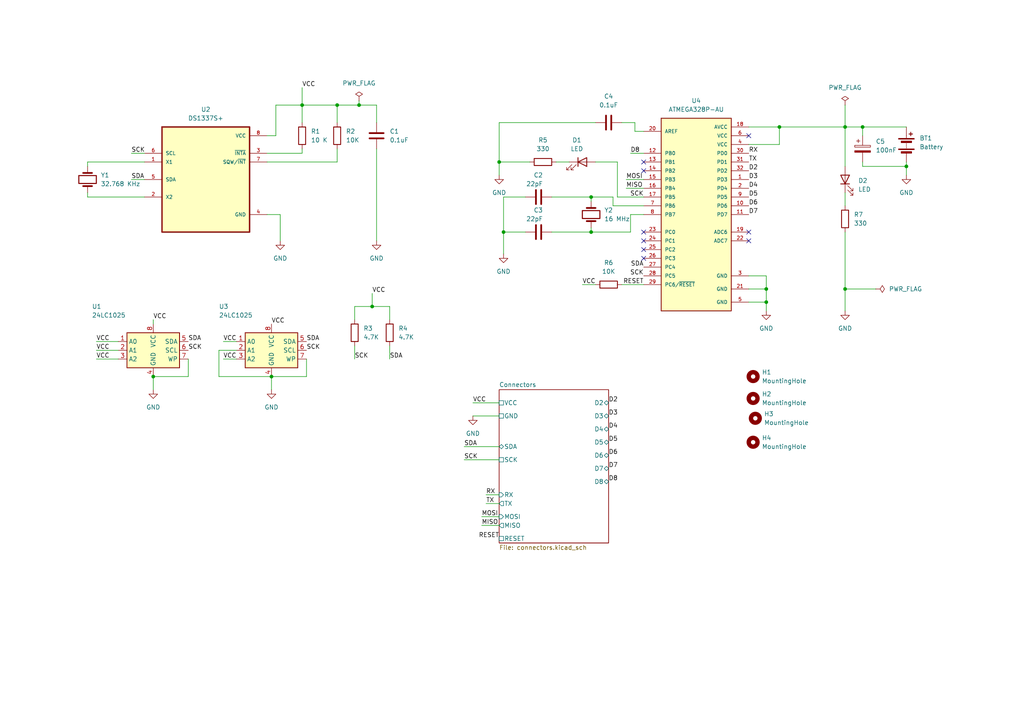
<source format=kicad_sch>
(kicad_sch (version 20230121) (generator eeschema)
  (paper "A4")
  (title_block (title "$(project_name)") (date "2024-06-28") (rev "1"))
  (lib_symbols
    (symbol "ATMEGA328P-AU:ATMEGA328P-AU" (pin_names (offset 1.016))
      (property "Reference" "U4" (at 0 33.02 0))
      (property "Value" "ATMEGA328P-AU" (at 0 30.48 0))
      (symbol "ATMEGA328P-AU_0_0"
        (rectangle (start -10.16 -27.94) (end 10.16 27.94) (stroke (width 0.254)) (fill (type background)))
        (pin bidirectional line (at 15.24 10.16 180) (length 5.08) (name "PD3") (number "1"))
        (pin bidirectional line (at 15.24 2.54 180) (length 5.08) (name "PD6") (number "10"))
        (pin bidirectional line (at 15.24 0 180) (length 5.08) (name "PD7") (number "11"))
        (pin bidirectional line (at -15.24 17.78 0) (length 5.08) (name "PB0") (number "12"))
        (pin bidirectional line (at -15.24 15.24 0) (length 5.08) (name "PB1") (number "13"))
        (pin bidirectional line (at -15.24 12.7 0) (length 5.08) (name "PB2") (number "14"))
        (pin bidirectional line (at -15.24 10.16 0) (length 5.08) (name "PB3") (number "15"))
        (pin bidirectional line (at -15.24 7.62 0) (length 5.08) (name "PB4") (number "16"))
        (pin bidirectional line (at -15.24 5.08 0) (length 5.08) (name "PB5") (number "17"))
        (pin power_in line (at 15.24 25.4 180) (length 5.08) (name "AVCC") (number "18"))
        (pin bidirectional line (at 15.24 -5.08 180) (length 5.08) (name "ADC6") (number "19"))
        (pin bidirectional line (at 15.24 7.62 180) (length 5.08) (name "PD4") (number "2"))
        (pin input line (at -15.24 24.13 0) (length 5.08) (name "AREF") (number "20"))
        (pin power_in line (at 15.24 -21.59 180) (length 5.08) (name "GND") (number "21"))
        (pin bidirectional line (at 15.24 -7.62 180) (length 5.08) (name "ADC7") (number "22"))
        (pin bidirectional line (at -15.24 -5.08 0) (length 5.08) (name "PC0") (number "23"))
        (pin bidirectional line (at -15.24 -7.62 0) (length 5.08) (name "PC1") (number "24"))
        (pin bidirectional line (at -15.24 -10.16 0) (length 5.08) (name "PC2") (number "25"))
        (pin bidirectional line (at -15.24 -12.7 0) (length 5.08) (name "PC3") (number "26"))
        (pin bidirectional line (at -15.24 -15.24 0) (length 5.08) (name "PC4") (number "27"))
        (pin bidirectional line (at -15.24 -17.78 0) (length 5.08) (name "PC5") (number "28"))
        (pin bidirectional line (at -15.24 -20.32 0) (length 5.08) (name "PC6/~{RESET}") (number "29"))
        (pin power_in line (at 15.24 -17.78 180) (length 5.08) (name "GND") (number "3"))
        (pin bidirectional line (at 15.24 17.78 180) (length 5.08) (name "PD0") (number "30"))
        (pin bidirectional line (at 15.24 15.24 180) (length 5.08) (name "PD1") (number "31"))
        (pin bidirectional line (at 15.24 12.7 180) (length 5.08) (name "PD2") (number "32"))
        (pin power_in line (at 15.24 20.32 180) (length 5.08) (name "VCC") (number "4"))
        (pin power_in line (at 15.24 -25.4 180) (length 5.08) (name "GND") (number "5"))
        (pin power_in line (at 15.24 22.86 180) (length 5.08) (name "VCC") (number "6"))
        (pin bidirectional line (at -15.24 2.54 0) (length 5.08) (name "PB6") (number "7"))
        (pin bidirectional line (at -15.24 0 0) (length 5.08) (name "PB7") (number "8"))
        (pin bidirectional line (at 15.24 5.08 180) (length 5.08) (name "PD5") (number "9"))
      )
    )
    (symbol "DS1337S_:DS1337S+" (pin_names (offset 1.016))
      (property "Reference" "U" (at -12.7 16.2306 0))
      (property "Value" "DS1337S+" (at -12.7 -19.2278 0))
      (symbol "DS1337S+_0_0"
        (rectangle (start -12.7 -15.24) (end 12.7 15.24) (stroke (width 0.4064)) (fill (type background)))
        (pin input line (at -17.78 5.08 0) (length 5.08) (name "X1") (number "1"))
        (pin bidirectional line (at -17.78 -5.08 0) (length 5.08) (name "X2") (number "2"))
        (pin output line (at 17.78 7.62 180) (length 5.08) (name "~{INTA}") (number "3"))
        (pin power_in line (at 17.78 -10.16 180) (length 5.08) (name "GND") (number "4"))
        (pin bidirectional line (at -17.78 0 0) (length 5.08) (name "SDA") (number "5"))
        (pin input line (at -17.78 7.62 0) (length 5.08) (name "SCL") (number "6"))
        (pin output line (at 17.78 5.08 180) (length 5.08) (name "SQW/~{INT}") (number "7"))
        (pin power_in line (at 17.78 12.7 180) (length 5.08) (name "VCC") (number "8"))
      )
    )
    (symbol "Device:Battery" (pin_numbers hide) (pin_names (offset 0) hide)
      (property "Reference" "BT" (at 2.54 2.54 0))
      (property "Value" "Battery" (at 2.54 0 0))
      (symbol "Battery_0_1"
        (rectangle (start -2.286 -1.27) (end 2.286 -1.524) (fill (type outline)))
        (rectangle (start -2.286 1.778) (end 2.286 1.524) (fill (type outline)))
        (rectangle (start -1.524 -2.032) (end 1.524 -2.54) (fill (type outline)))
        (rectangle (start -1.524 1.016) (end 1.524 0.508) (fill (type outline)))
        (polyline (pts (xy 0 -1.016) (xy 0 -0.762)))
        (polyline (pts (xy 0 -0.508) (xy 0 -0.254)))
        (polyline (pts (xy 0 0) (xy 0 0.254)))
        (polyline (pts (xy 0 1.778) (xy 0 2.54)))
        (polyline (pts (xy 0.762 3.048) (xy 1.778 3.048)) (stroke (width 0.254)))
        (polyline (pts (xy 1.27 3.556) (xy 1.27 2.54)) (stroke (width 0.254)))
      )
      (symbol "Battery_1_1"
        (pin passive line (at 0 5.08 270) (length 2.54) (name "+") (number "1"))
        (pin passive line (at 0 -5.08 90) (length 2.54) (name "-") (number "2"))
      )
    )
    (symbol "Device:C" (pin_numbers hide) (pin_names (offset 0.254))
      (property "Reference" "C" (at 0.635 2.54 0))
      (property "Value" "C" (at 0.635 -2.54 0))
      (symbol "C_0_1"
        (polyline (pts (xy -2.032 -0.762) (xy 2.032 -0.762)) (stroke (width 0.508)))
        (polyline (pts (xy -2.032 0.762) (xy 2.032 0.762)) (stroke (width 0.508)))
      )
      (symbol "C_1_1"
        (pin passive line (at 0 3.81 270) (length 2.794) (name "~") (number "1"))
        (pin passive line (at 0 -3.81 90) (length 2.794) (name "~") (number "2"))
      )
    )
    (symbol "Device:C_Polarized" (pin_numbers hide) (pin_names (offset 0.254))
      (property "Reference" "C" (at 0.635 2.54 0))
      (property "Value" "C_Polarized" (at 0.635 -2.54 0))
      (symbol "C_Polarized_0_1"
        (rectangle (start -2.286 0.508) (end 2.286 1.016))
        (polyline (pts (xy -1.778 2.286) (xy -0.762 2.286)))
        (polyline (pts (xy -1.27 2.794) (xy -1.27 1.778)))
        (rectangle (start 2.286 -0.508) (end -2.286 -1.016) (fill (type outline)))
      )
      (symbol "C_Polarized_1_1"
        (pin passive line (at 0 3.81 270) (length 2.794) (name "~") (number "1"))
        (pin passive line (at 0 -3.81 90) (length 2.794) (name "~") (number "2"))
      )
    )
    (symbol "Device:Crystal" (pin_numbers hide) (pin_names (offset 1.016) hide)
      (property "Reference" "Y" (at 0 3.81 0))
      (property "Value" "Crystal" (at 0 -3.81 0))
      (symbol "Crystal_0_1"
        (rectangle (start -1.143 2.54) (end 1.143 -2.54) (stroke (width 0.3048)))
        (polyline (pts (xy -2.54 0) (xy -1.905 0)))
        (polyline (pts (xy -1.905 -1.27) (xy -1.905 1.27)) (stroke (width 0.508)))
        (polyline (pts (xy 1.905 -1.27) (xy 1.905 1.27)) (stroke (width 0.508)))
        (polyline (pts (xy 2.54 0) (xy 1.905 0)))
      )
      (symbol "Crystal_1_1"
        (pin passive line (at -3.81 0 0) (length 1.27) (name "1") (number "1"))
        (pin passive line (at 3.81 0 180) (length 1.27) (name "2") (number "2"))
      )
    )
    (symbol "Device:LED" (pin_numbers hide) (pin_names (offset 1.016) hide)
      (property "Reference" "D" (at 0 2.54 0))
      (property "Value" "LED" (at 0 -2.54 0))
      (symbol "LED_0_1"
        (polyline (pts (xy -1.27 -1.27) (xy -1.27 1.27)) (stroke (width 0.254)))
        (polyline (pts (xy -1.27 0) (xy 1.27 0)))
        (polyline (pts (xy 1.27 -1.27) (xy 1.27 1.27) (xy -1.27 0) (xy 1.27 -1.27)) (stroke (width 0.254)))
        (polyline (pts (xy -3.048 -0.762) (xy -4.572 -2.286) (xy -3.81 -2.286) (xy -4.572 -2.286) (xy -4.572 -1.524)))
        (polyline (pts (xy -1.778 -0.762) (xy -3.302 -2.286) (xy -2.54 -2.286) (xy -3.302 -2.286) (xy -3.302 -1.524)))
      )
      (symbol "LED_1_1"
        (pin passive line (at -3.81 0 0) (length 2.54) (name "K") (number "1"))
        (pin passive line (at 3.81 0 180) (length 2.54) (name "A") (number "2"))
      )
    )
    (symbol "Device:R" (pin_numbers hide) (pin_names (offset 0))
      (property "Reference" "R" (at 2.032 0 90))
      (property "Value" "R" (at 0 0 90))
      (symbol "R_0_1"
        (rectangle (start -1.016 -2.54) (end 1.016 2.54) (stroke (width 0.254)))
      )
      (symbol "R_1_1"
        (pin passive line (at 0 3.81 270) (length 1.27) (name "~") (number "1"))
        (pin passive line (at 0 -3.81 90) (length 1.27) (name "~") (number "2"))
      )
    )
    (symbol "Mechanical:MountingHole" (pin_names (offset 1.016))
      (property "Reference" "H" (at 0 5.08 0))
      (property "Value" "MountingHole" (at 0 3.175 0))
      (symbol "MountingHole_0_1"
        (circle (center 0 0) (radius 1.27) (stroke (width 1.27)))
      )
    )
    (symbol "Memory_EEPROM:24LC1025"
      (property "Reference" "U" (at -6.35 6.35 0))
      (property "Value" "24LC1025" (at 1.27 6.35 0))
      (symbol "24LC1025_1_1"
        (rectangle (start -7.62 5.08) (end 7.62 -5.08) (stroke (width 0.254)) (fill (type background)))
        (pin input line (at -10.16 2.54 0) (length 2.54) (name "A0") (number "1"))
        (pin input line (at -10.16 0 0) (length 2.54) (name "A1") (number "2"))
        (pin input line (at -10.16 -2.54 0) (length 2.54) (name "A2") (number "3"))
        (pin power_in line (at 0 -7.62 90) (length 2.54) (name "GND") (number "4"))
        (pin bidirectional line (at 10.16 2.54 180) (length 2.54) (name "SDA") (number "5"))
        (pin input line (at 10.16 0 180) (length 2.54) (name "SCL") (number "6"))
        (pin input line (at 10.16 -2.54 180) (length 2.54) (name "WP") (number "7"))
        (pin power_in line (at 0 7.62 270) (length 2.54) (name "VCC") (number "8"))
      )
    )
    (symbol "power:GND" (power) (pin_names (offset 0))
      (property "Value" "GND" (at 0 -3.81 0))
      (symbol "GND_0_1"
        (polyline (pts (xy 0 0) (xy 0 -1.27) (xy 1.27 -1.27) (xy 0 -2.54) (xy -1.27 -1.27) (xy 0 -1.27)))
      )
      (symbol "GND_1_1"
        (pin power_in line (at 0 0 270) (length 0) hide (name "GND") (number "1"))
      )
    )
    (symbol "power:PWR_FLAG" (power) (pin_numbers hide) (pin_names (offset 0) hide)
      (property "Value" "PWR_FLAG" (at 0 3.81 0))
      (symbol "PWR_FLAG_0_0"
        (pin power_out line (at 0 0 90) (length 0) (name "pwr") (number "1"))
      )
      (symbol "PWR_FLAG_0_1"
        (polyline (pts (xy 0 0) (xy 0 1.27) (xy -1.016 1.905) (xy 0 2.54) (xy 1.016 1.905) (xy 0 1.27)))
      )
    )
  )
  (junction (at 78.74 109.22))
  (junction (at 245.11 36.83))
  (junction (at 171.45 67.31))
  (junction (at 44.45 109.22))
  (junction (at 222.25 83.82))
  (junction (at 226.06 36.83))
  (junction (at 245.11 83.82))
  (junction (at 222.25 87.63))
  (junction (at 250.19 36.83))
  (junction (at 171.45 57.15))
  (junction (at 144.78 46.99))
  (junction (at 87.63 30.48))
  (junction (at 104.14 30.48))
  (junction (at 146.05 67.31))
  (junction (at 262.89 48.26))
  (junction (at 97.79 30.48))
  (junction (at 107.95 88.9))
  (no_connect (at 186.69 69.85))
  (no_connect (at 186.69 46.99))
  (no_connect (at 217.17 67.31))
  (no_connect (at 217.17 69.85))
  (no_connect (at 186.69 49.53))
  (no_connect (at 186.69 67.31))
  (no_connect (at 217.17 39.37))
  (no_connect (at 186.69 74.93))
  (no_connect (at 186.69 72.39))
  (wire (pts (xy 226.06 36.83) (xy 245.11 36.83)))
  (wire (pts (xy 152.4 67.31) (xy 146.05 67.31)))
  (wire (pts (xy 186.69 62.23) (xy 182.88 62.23)))
  (wire (pts (xy 140.97 143.51) (xy 144.78 143.51)))
  (wire (pts (xy 107.95 88.9) (xy 113.03 88.9)))
  (wire (pts (xy 146.05 67.31) (xy 146.05 73.66)))
  (wire (pts (xy 217.17 41.91) (xy 226.06 41.91)))
  (wire (pts (xy 245.11 67.31) (xy 245.11 83.82)))
  (wire (pts (xy 182.88 44.45) (xy 186.69 44.45)))
  (wire (pts (xy 87.63 25.4) (xy 87.63 30.48)))
  (wire (pts (xy 38.1 52.07) (xy 41.91 52.07)))
  (wire (pts (xy 182.88 62.23) (xy 182.88 67.31)))
  (wire (pts (xy 181.61 54.61) (xy 186.69 54.61)))
  (wire (pts (xy 172.72 46.99) (xy 179.07 46.99)))
  (wire (pts (xy 77.47 62.23) (xy 81.28 62.23)))
  (wire (pts (xy 97.79 43.18) (xy 97.79 46.99)))
  (wire (pts (xy 97.79 30.48) (xy 97.79 35.56)))
  (wire (pts (xy 44.45 92.71) (xy 44.45 93.98)))
  (wire (pts (xy 245.11 36.83) (xy 250.19 36.83)))
  (wire (pts (xy 161.29 46.99) (xy 165.1 46.99)))
  (wire (pts (xy 222.25 83.82) (xy 222.25 87.63)))
  (wire (pts (xy 181.61 52.07) (xy 186.69 52.07)))
  (wire (pts (xy 78.74 109.22) (xy 78.74 113.03)))
  (wire (pts (xy 81.28 62.23) (xy 81.28 69.85)))
  (wire (pts (xy 217.17 80.01) (xy 222.25 80.01)))
  (wire (pts (xy 226.06 36.83) (xy 226.06 41.91)))
  (wire (pts (xy 109.22 30.48) (xy 109.22 35.56)))
  (wire (pts (xy 64.77 104.14) (xy 68.58 104.14)))
  (wire (pts (xy 146.05 57.15) (xy 146.05 67.31)))
  (wire (pts (xy 262.89 48.26) (xy 262.89 50.8)))
  (wire (pts (xy 139.7 149.86) (xy 144.78 149.86)))
  (wire (pts (xy 168.91 82.55) (xy 172.72 82.55)))
  (wire (pts (xy 245.11 30.48) (xy 245.11 36.83)))
  (wire (pts (xy 77.47 44.45) (xy 87.63 44.45)))
  (wire (pts (xy 137.16 120.65) (xy 144.78 120.65)))
  (wire (pts (xy 144.78 35.56) (xy 144.78 46.99)))
  (wire (pts (xy 217.17 87.63) (xy 222.25 87.63)))
  (wire (pts (xy 179.07 46.99) (xy 179.07 57.15)))
  (wire (pts (xy 184.15 38.1) (xy 184.15 35.56)))
  (wire (pts (xy 217.17 36.83) (xy 226.06 36.83)))
  (wire (pts (xy 140.97 146.05) (xy 144.78 146.05)))
  (wire (pts (xy 27.94 101.6) (xy 34.29 101.6)))
  (wire (pts (xy 54.61 104.14) (xy 54.61 109.22)))
  (wire (pts (xy 87.63 44.45) (xy 87.63 43.18)))
  (wire (pts (xy 64.77 99.06) (xy 68.58 99.06)))
  (wire (pts (xy 153.67 46.99) (xy 144.78 46.99)))
  (wire (pts (xy 172.72 35.56) (xy 144.78 35.56)))
  (wire (pts (xy 186.69 59.69) (xy 177.8 59.69)))
  (wire (pts (xy 250.19 36.83) (xy 262.89 36.83)))
  (wire (pts (xy 160.02 67.31) (xy 171.45 67.31)))
  (wire (pts (xy 27.94 99.06) (xy 34.29 99.06)))
  (wire (pts (xy 78.74 109.22) (xy 88.9 109.22)))
  (wire (pts (xy 152.4 57.15) (xy 146.05 57.15)))
  (wire (pts (xy 250.19 36.83) (xy 250.19 39.37)))
  (wire (pts (xy 104.14 30.48) (xy 109.22 30.48)))
  (wire (pts (xy 25.4 57.15) (xy 25.4 55.88)))
  (wire (pts (xy 77.47 39.37) (xy 80.01 39.37)))
  (wire (pts (xy 80.01 30.48) (xy 87.63 30.48)))
  (wire (pts (xy 25.4 46.99) (xy 25.4 48.26)))
  (wire (pts (xy 245.11 83.82) (xy 245.11 90.17)))
  (wire (pts (xy 41.91 57.15) (xy 25.4 57.15)))
  (wire (pts (xy 88.9 104.14) (xy 88.9 109.22)))
  (wire (pts (xy 137.16 116.84) (xy 144.78 116.84)))
  (wire (pts (xy 44.45 109.22) (xy 44.45 113.03)))
  (wire (pts (xy 134.62 133.35) (xy 144.78 133.35)))
  (wire (pts (xy 171.45 58.42) (xy 171.45 57.15)))
  (wire (pts (xy 27.94 104.14) (xy 34.29 104.14)))
  (wire (pts (xy 44.45 109.22) (xy 54.61 109.22)))
  (wire (pts (xy 171.45 66.04) (xy 171.45 67.31)))
  (wire (pts (xy 63.5 109.22) (xy 78.74 109.22)))
  (wire (pts (xy 102.87 92.71) (xy 102.87 88.9)))
  (wire (pts (xy 87.63 30.48) (xy 87.63 35.56)))
  (wire (pts (xy 139.7 152.4) (xy 144.78 152.4)))
  (wire (pts (xy 222.25 87.63) (xy 222.25 90.17)))
  (wire (pts (xy 80.01 30.48) (xy 80.01 39.37)))
  (wire (pts (xy 186.69 38.1) (xy 184.15 38.1)))
  (wire (pts (xy 144.78 46.99) (xy 144.78 50.8)))
  (wire (pts (xy 113.03 100.33) (xy 113.03 104.14)))
  (wire (pts (xy 134.62 129.54) (xy 144.78 129.54)))
  (wire (pts (xy 245.11 83.82) (xy 254 83.82)))
  (wire (pts (xy 180.34 82.55) (xy 186.69 82.55)))
  (wire (pts (xy 217.17 83.82) (xy 222.25 83.82)))
  (wire (pts (xy 102.87 88.9) (xy 107.95 88.9)))
  (wire (pts (xy 184.15 35.56) (xy 180.34 35.56)))
  (wire (pts (xy 109.22 43.18) (xy 109.22 69.85)))
  (wire (pts (xy 245.11 36.83) (xy 245.11 48.26)))
  (wire (pts (xy 41.91 46.99) (xy 25.4 46.99)))
  (wire (pts (xy 177.8 57.15) (xy 171.45 57.15)))
  (wire (pts (xy 87.63 30.48) (xy 97.79 30.48)))
  (wire (pts (xy 177.8 59.69) (xy 177.8 57.15)))
  (wire (pts (xy 113.03 88.9) (xy 113.03 92.71)))
  (wire (pts (xy 262.89 46.99) (xy 262.89 48.26)))
  (wire (pts (xy 160.02 57.15) (xy 171.45 57.15)))
  (wire (pts (xy 97.79 30.48) (xy 104.14 30.48)))
  (wire (pts (xy 107.95 85.09) (xy 107.95 88.9)))
  (wire (pts (xy 102.87 100.33) (xy 102.87 104.14)))
  (wire (pts (xy 38.1 44.45) (xy 41.91 44.45)))
  (wire (pts (xy 179.07 57.15) (xy 186.69 57.15)))
  (wire (pts (xy 245.11 55.88) (xy 245.11 59.69)))
  (wire (pts (xy 182.88 67.31) (xy 171.45 67.31)))
  (wire (pts (xy 77.47 46.99) (xy 97.79 46.99)))
  (wire (pts (xy 250.19 48.26) (xy 262.89 48.26)))
  (wire (pts (xy 222.25 80.01) (xy 222.25 83.82)))
  (wire (pts (xy 104.14 29.21) (xy 104.14 30.48)))
  (wire (pts (xy 250.19 46.99) (xy 250.19 48.26)))
  (wire (pts (xy 68.58 101.6) (xy 63.5 101.6)))
  (wire (pts (xy 63.5 101.6) (xy 63.5 109.22)))
  (label "TX" (at 217.17 46.99 0))
  (label "SDA" (at 134.62 129.54 0))
  (label "SDA" (at 113.03 104.14 0))
  (label "VCC" (at 64.77 104.14 0))
  (label "MOSI" (at 181.61 52.07 0))
  (label "RX" (at 140.97 143.51 0))
  (label "RESET" (at 144.78 156.21 180))
  (label "D3" (at 217.17 52.07 0))
  (label "VCC" (at 107.95 85.09 0))
  (label "MISO" (at 139.7 152.4 0))
  (label "D7" (at 217.17 62.23 0))
  (label "VCC" (at 168.91 82.55 0))
  (label "D4" (at 217.17 54.61 0))
  (label "SCK" (at 102.87 104.14 0))
  (label "D8" (at 176.53 139.7 0))
  (label "MOSI" (at 139.7 149.86 0))
  (label "SDA" (at 88.9 99.06 0))
  (label "SDA" (at 54.61 99.06 0))
  (label "SDA" (at 186.69 77.47 180))
  (label "D3" (at 176.53 120.65 0))
  (label "VCC" (at 87.63 25.4 0))
  (label "SCK" (at 186.69 80.01 180))
  (label "VCC" (at 27.94 99.06 0))
  (label "VCC" (at 27.94 101.6 0))
  (label "VCC" (at 78.74 93.98 0))
  (label "SCK" (at 186.69 57.15 180))
  (label "D5" (at 217.17 57.15 0))
  (label "SCK" (at 38.1 44.45 0))
  (label "TX" (at 140.97 146.05 0))
  (label "D7" (at 176.53 135.89 0))
  (label "D4" (at 176.53 124.46 0))
  (label "MISO" (at 181.61 54.61 0))
  (label "VCC" (at 44.45 92.71 0))
  (label "SCK" (at 134.62 133.35 0))
  (label "D5" (at 176.53 128.27 0))
  (label "D6" (at 217.17 59.69 0))
  (label "VCC" (at 137.16 116.84 0))
  (label "VCC" (at 27.94 104.14 0))
  (label "RESET" (at 186.69 82.55 180))
  (label "D6" (at 176.53 132.08 0))
  (label "SCK" (at 88.9 101.6 0))
  (label "SDA" (at 38.1 52.07 0))
  (label "SCK" (at 54.61 101.6 0))
  (label "D2" (at 176.53 116.84 0))
  (label "D2" (at 217.17 49.53 0))
  (label "RX" (at 217.17 44.45 0))
  (label "VCC" (at 64.77 99.06 0))
  (label "D8" (at 182.88 44.45 0))
  (symbol (lib_id "Mechanical:MountingHole") (at 218.44 109.22 0) (unit 1)
    (property "Reference" "H1" (at 220.98 107.95 0) (effects (justify left)))
    (property "Value" "MountingHole" (at 220.98 110.49 0) (effects (justify left)))
    (property "Footprint" "MountingHole:MountingHole_2.1mm" (effects hide))
  )
  (symbol (lib_id "power:GND") (at 144.78 50.8 0) (unit 1)
    (property "Reference" "#PWR09" (effects hide))
    (property "Value" "GND" (at 144.78 55.88 0))
  )
  (symbol (lib_id "Device:C") (at 156.21 67.31 90) (unit 1)
    (property "Reference" "C3" (at 157.48 60.96 90) (effects (justify left)))
    (property "Value" "22pF" (at 157.48 63.5 90) (effects (justify left)))
    (property "Footprint" "Capacitor_SMD:C_0805_2012Metric" (effects hide))
  )
  (symbol (lib_id "power:PWR_FLAG") (at 104.14 29.21 0) (unit 1)
    (property "Reference" "#FLG03" (effects hide))
    (property "Value" "PWR_FLAG" (at 104.14 24.13 0))
  )
  (symbol (lib_id "DS1337S_:DS1337S+") (at 59.69 52.07 0) (unit 1)
    (property "Reference" "U2" (at 59.69 31.75 0))
    (property "Value" "DS1337S+" (at 59.69 34.29 0))
    (property "Footprint" "Footprints:SOIC127P600X175-8N" (effects hide))
    (property "MF" "Analog Devices" (effects hide))
    (property "Description" "\\nReal Time Clock (RTC) IC Clock/Calendar - I²C, 2-Wire Serial 8-SOIC (0.154, 3.90mm Width)\\n" (effects hide))
    (property "Package" "SOIC-8 Maxim" (effects hide))
    (property "Price" "None" (effects hide))
    (property "SnapEDA_Link" "https://www.snapeda.com/parts/DS1337S/Analog+Devices/view-part/?ref=snap" (effects hide))
    (property "MP" "DS1337S" (effects hide))
    (property "Availability" "In Stock" (effects hide))
    (property "Check_prices" "https://www.snapeda.com/parts/DS1337S/Analog+Devices/view-part/?ref=eda" (effects hide))
  )
  (symbol (lib_id "power:PWR_FLAG") (at 245.11 30.48 0) (unit 1)
    (property "Reference" "#FLG01" (effects hide))
    (property "Value" "PWR_FLAG" (at 245.11 25.4 0))
  )
  (symbol (lib_id "Mechanical:MountingHole") (at 218.44 115.57 0) (unit 1)
    (property "Reference" "H2" (at 220.98 114.3 0) (effects (justify left)))
    (property "Value" "MountingHole" (at 220.98 116.84 0) (effects (justify left)))
    (property "Footprint" "MountingHole:MountingHole_2.1mm" (effects hide))
  )
  (symbol (lib_id "Device:Crystal") (at 25.4 52.07 90) (unit 1)
    (property "Reference" "Y1" (at 29.21 50.8 90) (effects (justify right)))
    (property "Value" "32.768 KHz" (at 29.21 53.34 90) (effects (justify right)))
    (property "Footprint" "Crystal:Crystal_SMD_5032-2Pin_5.0x3.2mm_HandSoldering" (effects hide))
  )
  (symbol (lib_id "power:GND") (at 245.11 90.17 0) (unit 1)
    (property "Reference" "#PWR06" (effects hide))
    (property "Value" "GND" (at 245.11 95.25 0))
  )
  (symbol (lib_id "Device:C") (at 176.53 35.56 90) (unit 1)
    (property "Reference" "C4" (at 176.53 27.94 90))
    (property "Value" "0.1uF" (at 176.53 30.48 90))
    (property "Footprint" "Capacitor_SMD:C_0805_2012Metric" (effects hide))
  )
  (symbol (lib_id "power:GND") (at 137.16 120.65 0) (unit 1)
    (property "Reference" "#PWR010" (effects hide))
    (property "Value" "GND" (at 137.16 125.73 0))
  )
  (symbol (lib_id "Device:R") (at 176.53 82.55 90) (unit 1)
    (property "Reference" "R6" (at 176.53 76.2 90))
    (property "Value" "10K" (at 176.53 78.74 90))
    (property "Footprint" "Resistor_SMD:R_0805_2012Metric" (effects hide))
  )
  (symbol (lib_id "power:GND") (at 146.05 73.66 0) (unit 1)
    (property "Reference" "#PWR08" (effects hide))
    (property "Value" "GND" (at 146.05 78.74 0))
  )
  (symbol (lib_id "power:GND") (at 44.45 113.03 0) (unit 1)
    (property "Reference" "#PWR03" (effects hide))
    (property "Value" "GND" (at 44.45 118.11 0))
  )
  (symbol (lib_id "Device:C") (at 109.22 39.37 0) (unit 1)
    (property "Reference" "C1" (at 113.03 38.1 0) (effects (justify left)))
    (property "Value" "0.1uF" (at 113.03 40.64 0) (effects (justify left)))
    (property "Footprint" "Capacitor_SMD:C_0805_2012Metric" (effects hide))
  )
  (symbol (lib_id "Device:R") (at 157.48 46.99 90) (unit 1)
    (property "Reference" "R5" (at 157.48 40.64 90))
    (property "Value" "330" (at 157.48 43.18 90))
    (property "Footprint" "Resistor_SMD:R_0805_2012Metric" (effects hide))
  )
  (symbol (lib_id "Device:C") (at 156.21 57.15 90) (unit 1)
    (property "Reference" "C2" (at 157.48 50.8 90) (effects (justify left)))
    (property "Value" "22pF" (at 157.48 53.34 90) (effects (justify left)))
    (property "Footprint" "Capacitor_SMD:C_0805_2012Metric" (effects hide))
  )
  (symbol (lib_id "power:GND") (at 81.28 69.85 0) (unit 1)
    (property "Reference" "#PWR01" (effects hide))
    (property "Value" "GND" (at 81.28 74.93 0))
  )
  (symbol (lib_id "Device:R") (at 102.87 96.52 180) (unit 1)
    (property "Reference" "R3" (at 105.41 95.25 0) (effects (justify right)))
    (property "Value" "4.7K" (at 105.41 97.79 0) (effects (justify right)))
    (property "Footprint" "Resistor_SMD:R_0805_2012Metric" (effects hide))
  )
  (symbol (lib_id "Device:LED") (at 245.11 52.07 90) (unit 1)
    (property "Reference" "D2" (at 248.92 52.3875 90) (effects (justify right)))
    (property "Value" "LED" (at 248.92 54.9275 90) (effects (justify right)))
    (property "Footprint" "LED_SMD:LED_0805_2012Metric" (effects hide))
  )
  (symbol (lib_id "Device:LED") (at 168.91 46.99 0) (unit 1)
    (property "Reference" "D1" (at 167.3225 40.64 0))
    (property "Value" "LED" (at 167.3225 43.18 0))
    (property "Footprint" "LED_SMD:LED_0805_2012Metric" (effects hide))
  )
  (symbol (lib_id "Device:R") (at 113.03 96.52 0) (unit 1)
    (property "Reference" "R4" (at 115.57 95.25 0) (effects (justify left)))
    (property "Value" "4.7K" (at 115.57 97.79 0) (effects (justify left)))
    (property "Footprint" "Resistor_SMD:R_0805_2012Metric" (effects hide))
  )
  (symbol (lib_id "power:PWR_FLAG") (at 254 83.82 270) (unit 1)
    (property "Reference" "#FLG02" (effects hide))
    (property "Value" "PWR_FLAG" (at 257.81 83.82 90) (effects (justify left)))
  )
  (symbol (lib_id "ATMEGA328P-AU:ATMEGA328P-AU") (at 201.93 62.23 0) (unit 1)
    (property "Reference" "U4" (at 201.93 29.21 0))
    (property "Value" "ATMEGA328P-AU" (at 201.93 31.75 0))
    (property "Footprint" "Footprints:QFP80P900X900X120-32N" (effects hide))
    (property "MF" "Microchip" (effects hide))
    (property "MAXIMUM_PACKAGE_HEIGHT" "1.20mm" (effects hide))
    (property "Package" "TQFP-32 Microchip" (effects hide))
    (property "Price" "None" (effects hide))
    (property "Check_prices" "https://www.snapeda.com/parts/ATMEGA328P-AU/Microchip/view-part/?ref=eda" (effects hide))
    (property "STANDARD" "IPC-7351B" (effects hide))
    (property "PARTREV" "8271A" (effects hide))
    (property "SnapEDA_Link" "https://www.snapeda.com/parts/ATMEGA328P-AU/Microchip/view-part/?ref=snap" (effects hide))
    (property "MP" "ATMEGA328P-AU" (effects hide))
    (property "Description" "\\nAVR AVR® ATmega Microcontroller IC 8-Bit 20MHz 32KB (16K x 16) FLASH 32-TQFP (7x7)\\n" (effects hide))
    (property "Availability" "In Stock" (effects hide))
    (property "MANUFACTURER" "Microchip" (effects hide))
  )
  (symbol (lib_id "Device:C_Polarized") (at 250.19 43.18 0) (unit 1)
    (property "Reference" "C5" (at 254 41.021 0) (effects (justify left)))
    (property "Value" "100nF" (at 254 43.561 0) (effects (justify left)))
    (property "Footprint" "Capacitor_SMD:C_0805_2012Metric" (effects hide))
  )
  (symbol (lib_id "power:GND") (at 222.25 90.17 0) (unit 1)
    (property "Reference" "#PWR05" (effects hide))
    (property "Value" "GND" (at 222.25 95.25 0))
  )
  (symbol (lib_id "Device:R") (at 245.11 63.5 0) (unit 1)
    (property "Reference" "R7" (at 247.65 62.23 0) (effects (justify left)))
    (property "Value" "330" (at 247.65 64.77 0) (effects (justify left)))
    (property "Footprint" "Resistor_SMD:R_0805_2012Metric" (effects hide))
  )
  (symbol (lib_id "Device:R") (at 97.79 39.37 0) (unit 1)
    (property "Reference" "R2" (at 100.33 38.1 0) (effects (justify left)))
    (property "Value" "10K" (at 100.33 40.64 0) (effects (justify left)))
    (property "Footprint" "Resistor_SMD:R_0805_2012Metric" (effects hide))
  )
  (symbol (lib_id "power:GND") (at 109.22 69.85 0) (unit 1)
    (property "Reference" "#PWR02" (effects hide))
    (property "Value" "GND" (at 109.22 74.93 0))
  )
  (symbol (lib_id "Memory_EEPROM:24LC1025") (at 78.74 101.6 0) (unit 1)
    (property "Reference" "U3" (at 63.5 88.9 0) (effects (justify left)))
    (property "Value" "24LC1025" (at 63.5 91.44 0) (effects (justify left)))
    (property "Footprint" "Package_SO:SOIC-8_5.23x5.23mm_P1.27mm" (effects hide))
    (property "Datasheet" "http://ww1.microchip.com/downloads/en/DeviceDoc/21941B.pdf" (effects hide))
  )
  (symbol (lib_id "power:GND") (at 262.89 50.8 0) (unit 1)
    (property "Reference" "#PWR07" (effects hide))
    (property "Value" "GND" (at 262.89 55.88 0))
  )
  (symbol (lib_id "Memory_EEPROM:24LC1025") (at 44.45 101.6 0) (unit 1)
    (property "Reference" "U1" (at 26.67 88.9 0) (effects (justify left)))
    (property "Value" "24LC1025" (at 26.67 91.44 0) (effects (justify left)))
    (property "Footprint" "Package_SO:SOIC-8_5.23x5.23mm_P1.27mm" (effects hide))
    (property "Datasheet" "http://ww1.microchip.com/downloads/en/DeviceDoc/21941B.pdf" (effects hide))
  )
  (symbol (lib_id "Mechanical:MountingHole") (at 219.081 121.3234 0) (unit 1)
    (property "Reference" "H3" (at 221.621 120.0534 0) (effects (justify left)))
    (property "Value" "MountingHole" (at 221.621 122.5934 0) (effects (justify left)))
    (property "Footprint" "MountingHole:MountingHole_2.1mm" (effects hide))
  )
  (symbol (lib_id "power:GND") (at 78.74 113.03 0) (unit 1)
    (property "Reference" "#PWR04" (effects hide))
    (property "Value" "GND" (at 78.74 118.11 0))
  )
  (symbol (lib_id "Device:Crystal") (at 171.45 62.23 90) (unit 1)
    (property "Reference" "Y2" (at 175.26 60.96 90) (effects (justify right)))
    (property "Value" "16 MHz" (at 175.26 63.5 90) (effects (justify right)))
    (property "Footprint" "Crystal:Crystal_SMD_5032-2Pin_5.0x3.2mm_HandSoldering" (effects hide))
  )
  (symbol (lib_id "Device:R") (at 87.63 39.37 0) (unit 1)
    (property "Reference" "R1" (at 90.17 38.1 0) (effects (justify left)))
    (property "Value" "10 K" (at 90.17 40.64 0) (effects (justify left)))
    (property "Footprint" "Resistor_SMD:R_0805_2012Metric" (effects hide))
  )
  (symbol (lib_id "Device:Battery") (at 262.89 41.91 0) (unit 1)
    (property "Reference" "BT1" (at 266.7 40.0685 0) (effects (justify left)))
    (property "Value" "Battery" (at 266.7 42.6085 0) (effects (justify left)))
    (property "Footprint" "Connector_PinHeader_2.54mm:PinHeader_1x02_P2.54mm_Vertical" (effects hide))
  )
  (symbol (lib_id "Mechanical:MountingHole") (at 218.44 128.27 0) (unit 1)
    (property "Reference" "H4" (at 220.98 127 0) (effects (justify left)))
    (property "Value" "MountingHole" (at 220.98 129.54 0) (effects (justify left)))
    (property "Footprint" "MountingHole:MountingHole_2.1mm" (effects hide))
  )
  (sheet (at 144.78 113.03) (size 31.75 44.45) (stroke (width 0.1524))
    (property "Sheetname" "Connectors" (at 144.78 112.3184 0) (effects (justify left bottom)))
    (property "Sheetfile" "connectors.kicad_sch" (at 144.78 158.0646 0) (effects (justify left top)))
    (pin "GND" passive (at 144.78 120.65 180))
    (pin "VCC" passive (at 144.78 116.84 180))
    (pin "SDA" bidirectional (at 144.78 129.54 180))
    (pin "SCK" passive (at 144.78 133.35 180))
    (pin "RX" input (at 144.78 143.51 180))
    (pin "TX" output (at 144.78 146.05 180))
    (pin "D3" bidirectional (at 176.53 120.65 0))
    (pin "D4" bidirectional (at 176.53 124.46 0))
    (pin "D5" bidirectional (at 176.53 128.27 0))
    (pin "D2" bidirectional (at 176.53 116.84 0))
    (pin "D7" bidirectional (at 176.53 135.89 0))
    (pin "D6" bidirectional (at 176.53 132.08 0))
    (pin "D8" bidirectional (at 176.53 139.7 0))
    (pin "MISO" output (at 144.78 152.4 180))
    (pin "RESET" passive (at 144.78 156.21 180))
    (pin "MOSI" input (at 144.78 149.86 180))
  )
)
</source>
